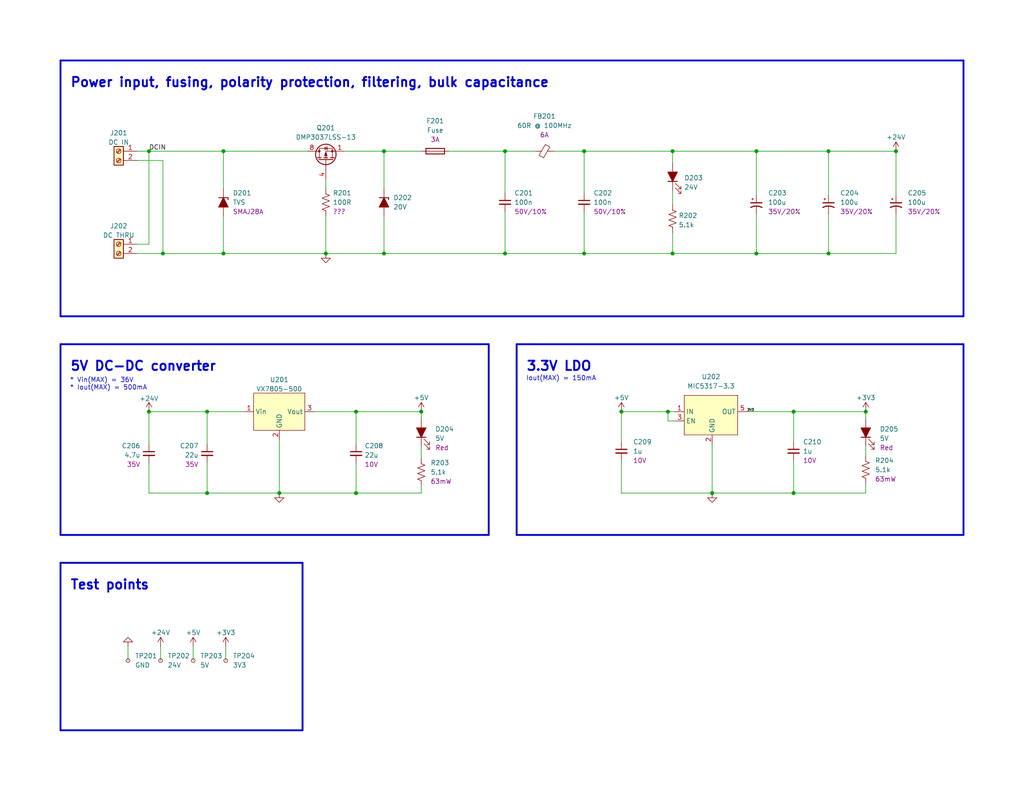
<source format=kicad_sch>
(kicad_sch (version 20211123) (generator eeschema)
  (paper "USLetter")
  (title_block (title "Starfish") (date "2022-09-10") (rev "v0") (company "Winterbloom") (comment 1 "Alethea Flowers") (comment 2 "CERN-OHL-P V2") (comment 3 "jellyfish.wntr.dev"))
  (lib_symbols
    (symbol "Connector:Screw_Terminal_01x02" (pin_names (offset 1.016) hide)
      (property "Reference" "J" (at 0 2.54 0))
      (property "Value" "Screw_Terminal_01x02" (at 0 -5.08 0))
      (symbol "Screw_Terminal_01x02_1_1"
        (rectangle (start -1.27 1.27) (end 1.27 -3.81) (stroke (width 0.254)) (fill (type background)))
        (circle (center 0 -2.54) (radius 0.635) (stroke (width 0.1524)))
        (polyline (pts (xy -0.5334 -2.2098) (xy 0.3302 -3.048)) (stroke (width 0.1524)))
        (polyline (pts (xy -0.5334 0.3302) (xy 0.3302 -0.508)) (stroke (width 0.1524)))
        (polyline (pts (xy -0.3556 -2.032) (xy 0.508 -2.8702)) (stroke (width 0.1524)))
        (polyline (pts (xy -0.3556 0.508) (xy 0.508 -0.3302)) (stroke (width 0.1524)))
        (circle (center 0 0) (radius 0.635) (stroke (width 0.1524)))
        (pin passive line (at -5.08 0 0) (length 3.81) (name "Pin_1") (number "1"))
        (pin passive line (at -5.08 -2.54 0) (length 3.81) (name "Pin_2") (number "2"))
      )
    )
    (symbol "Connector:TestPoint_Small" (pin_numbers hide) (pin_names (offset 0.762) hide)
      (property "Reference" "TP" (at 0 3.81 0))
      (property "Value" "TestPoint_Small" (at 0 2.032 0))
      (symbol "TestPoint_Small_0_1"
        (circle (center 0 0) (radius 0.508))
      )
      (symbol "TestPoint_Small_1_1"
        (pin passive line (at 0 0 90) (length 0) (name "1") (number "1"))
      )
    )
    (symbol "Device:C_Polarized_Small_US" (pin_numbers hide) (pin_names (offset 0.254) hide)
      (property "Reference" "C" (at 0.254 1.778 0))
      (property "Value" "C_Polarized_Small_US" (at 0.254 -2.032 0))
      (symbol "C_Polarized_Small_US_0_1"
        (polyline (pts (xy -1.524 0.508) (xy 1.524 0.508)) (stroke (width 0.3048)))
        (polyline (pts (xy -1.27 1.524) (xy -0.762 1.524)))
        (polyline (pts (xy -1.016 1.27) (xy -1.016 1.778)))
        (arc (start 1.524 -0.762) (mid 0 -0.3734) (end -1.524 -0.762) (stroke (width 0.3048)))
      )
      (symbol "C_Polarized_Small_US_1_1"
        (pin passive line (at 0 2.54 270) (length 2.032) (name "~") (number "1"))
        (pin passive line (at 0 -2.54 90) (length 2.032) (name "~") (number "2"))
      )
    )
    (symbol "Device:C_Small" (pin_numbers hide) (pin_names (offset 0.254) hide)
      (property "Reference" "C" (at 0.254 1.778 0))
      (property "Value" "C_Small" (at 0.254 -2.032 0))
      (symbol "C_Small_0_1"
        (polyline (pts (xy -1.524 -0.508) (xy 1.524 -0.508)) (stroke (width 0.3302)))
        (polyline (pts (xy -1.524 0.508) (xy 1.524 0.508)) (stroke (width 0.3048)))
      )
      (symbol "C_Small_1_1"
        (pin passive line (at 0 2.54 270) (length 2.032) (name "~") (number "1"))
        (pin passive line (at 0 -2.54 90) (length 2.032) (name "~") (number "2"))
      )
    )
    (symbol "Device:D_Zener_Filled" (pin_numbers hide) (pin_names (offset 1.016) hide)
      (property "Reference" "D" (at 0 2.54 0))
      (property "Value" "D_Zener_Filled" (at 0 -2.54 0))
      (symbol "D_Zener_Filled_0_1"
        (polyline (pts (xy 1.27 0) (xy -1.27 0)))
        (polyline (pts (xy -1.27 -1.27) (xy -1.27 1.27) (xy -0.762 1.27)) (stroke (width 0.254)))
        (polyline (pts (xy 1.27 -1.27) (xy 1.27 1.27) (xy -1.27 0) (xy 1.27 -1.27)) (stroke (width 0.254)) (fill (type outline)))
      )
      (symbol "D_Zener_Filled_1_1"
        (pin passive line (at -3.81 0 0) (length 2.54) (name "K") (number "1"))
        (pin passive line (at 3.81 0 180) (length 2.54) (name "A") (number "2"))
      )
    )
    (symbol "Device:FerriteBead_Small" (pin_numbers hide) (pin_names (offset 0))
      (property "Reference" "FB" (at 1.905 1.27 0))
      (property "Value" "FerriteBead_Small" (at 1.905 -1.27 0))
      (symbol "FerriteBead_Small_0_1"
        (polyline (pts (xy 0 -1.27) (xy 0 -0.7874)))
        (polyline (pts (xy 0 0.889) (xy 0 1.2954)))
        (polyline (pts (xy -1.8288 0.2794) (xy -1.1176 1.4986) (xy 1.8288 -0.2032) (xy 1.1176 -1.4224) (xy -1.8288 0.2794)))
      )
      (symbol "FerriteBead_Small_1_1"
        (pin passive line (at 0 2.54 270) (length 1.27) (name "~") (number "1"))
        (pin passive line (at 0 -2.54 90) (length 1.27) (name "~") (number "2"))
      )
    )
    (symbol "Device:Fuse" (pin_numbers hide) (pin_names (offset 0))
      (property "Reference" "F" (at 2.032 0 90))
      (property "Value" "Fuse" (at -1.905 0 90))
      (symbol "Fuse_0_1"
        (rectangle (start -0.762 -2.54) (end 0.762 2.54) (stroke (width 0.254)))
        (polyline (pts (xy 0 2.54) (xy 0 -2.54)))
      )
      (symbol "Fuse_1_1"
        (pin passive line (at 0 3.81 270) (length 1.27) (name "~") (number "1"))
        (pin passive line (at 0 -3.81 90) (length 1.27) (name "~") (number "2"))
      )
    )
    (symbol "Device:LED_Filled" (pin_numbers hide) (pin_names (offset 1.016) hide)
      (property "Reference" "D" (at 0 2.54 0))
      (property "Value" "LED_Filled" (at 0 -2.54 0))
      (symbol "LED_Filled_0_1"
        (polyline (pts (xy -1.27 -1.27) (xy -1.27 1.27)) (stroke (width 0.254)))
        (polyline (pts (xy -1.27 0) (xy 1.27 0)))
        (polyline (pts (xy 1.27 -1.27) (xy 1.27 1.27) (xy -1.27 0) (xy 1.27 -1.27)) (stroke (width 0.254)) (fill (type outline)))
        (polyline (pts (xy -3.048 -0.762) (xy -4.572 -2.286) (xy -3.81 -2.286) (xy -4.572 -2.286) (xy -4.572 -1.524)))
        (polyline (pts (xy -1.778 -0.762) (xy -3.302 -2.286) (xy -2.54 -2.286) (xy -3.302 -2.286) (xy -3.302 -1.524)))
      )
      (symbol "LED_Filled_1_1"
        (pin passive line (at -3.81 0 0) (length 2.54) (name "K") (number "1"))
        (pin passive line (at 3.81 0 180) (length 2.54) (name "A") (number "2"))
      )
    )
    (symbol "Device:R_US" (pin_numbers hide) (pin_names (offset 0))
      (property "Reference" "R" (at 2.54 0 90))
      (property "Value" "R_US" (at -2.54 0 90))
      (symbol "R_US_0_1"
        (polyline (pts (xy 0 -2.286) (xy 0 -2.54)))
        (polyline (pts (xy 0 2.286) (xy 0 2.54)))
        (polyline (pts (xy 0 -0.762) (xy 1.016 -1.143) (xy 0 -1.524) (xy -1.016 -1.905) (xy 0 -2.286)))
        (polyline (pts (xy 0 0.762) (xy 1.016 0.381) (xy 0 0) (xy -1.016 -0.381) (xy 0 -0.762)))
        (polyline (pts (xy 0 2.286) (xy 1.016 1.905) (xy 0 1.524) (xy -1.016 1.143) (xy 0 0.762)))
      )
      (symbol "R_US_1_1"
        (pin passive line (at 0 3.81 270) (length 1.27) (name "~") (number "1"))
        (pin passive line (at 0 -3.81 90) (length 1.27) (name "~") (number "2"))
      )
    )
    (symbol "Transistor_FET:IRF7404" (pin_names hide)
      (property "Reference" "Q" (at 5.08 1.905 0))
      (property "Value" "IRF7404" (at 5.08 0 0))
      (symbol "IRF7404_0_1"
        (polyline (pts (xy 0.254 0) (xy -2.54 0)))
        (polyline (pts (xy 0.254 1.905) (xy 0.254 -1.905)) (stroke (width 0.254)))
        (polyline (pts (xy 0.762 -1.27) (xy 0.762 -2.286)) (stroke (width 0.254)))
        (polyline (pts (xy 0.762 0.508) (xy 0.762 -0.508)) (stroke (width 0.254)))
        (polyline (pts (xy 0.762 2.286) (xy 0.762 1.27)) (stroke (width 0.254)))
        (polyline (pts (xy 2.54 2.54) (xy 2.54 1.778)))
        (polyline (pts (xy 2.54 -2.54) (xy 2.54 0) (xy 0.762 0)))
        (polyline (pts (xy 0.762 1.778) (xy 3.302 1.778) (xy 3.302 -1.778) (xy 0.762 -1.778)))
        (polyline (pts (xy 2.286 0) (xy 1.27 0.381) (xy 1.27 -0.381) (xy 2.286 0)) (fill (type outline)))
        (polyline (pts (xy 2.794 -0.508) (xy 2.921 -0.381) (xy 3.683 -0.381) (xy 3.81 -0.254)))
        (polyline (pts (xy 3.302 -0.381) (xy 2.921 0.254) (xy 3.683 0.254) (xy 3.302 -0.381)))
        (circle (center 1.651 0) (radius 2.794) (stroke (width 0.254)))
        (circle (center 2.54 -1.778) (radius 0.254) (fill (type outline)))
        (circle (center 2.54 1.778) (radius 0.254) (fill (type outline)))
      )
      (symbol "IRF7404_1_1"
        (pin passive line (at 2.54 -5.08 90) (length 2.54) (name "S") (number "1"))
        (pin passive line (at 2.54 -5.08 90) (length 2.54) hide (name "S") (number "2"))
        (pin passive line (at 2.54 -5.08 90) (length 2.54) hide (name "S") (number "3"))
        (pin passive line (at -5.08 0 0) (length 2.54) (name "G") (number "4"))
        (pin passive line (at 2.54 5.08 270) (length 2.54) hide (name "D") (number "5"))
        (pin passive line (at 2.54 5.08 270) (length 2.54) hide (name "D") (number "6"))
        (pin passive line (at 2.54 5.08 270) (length 2.54) hide (name "D") (number "7"))
        (pin passive line (at 2.54 5.08 270) (length 2.54) (name "D") (number "8"))
      )
    )
    (symbol "power:+24V" (power) (pin_names (offset 0))
      (property "Value" "+24V" (at 0 3.556 0))
      (symbol "+24V_0_1"
        (polyline (pts (xy -0.762 1.27) (xy 0 2.54)))
        (polyline (pts (xy 0 0) (xy 0 2.54)))
        (polyline (pts (xy 0 2.54) (xy 0.762 1.27)))
      )
      (symbol "+24V_1_1"
        (pin power_in line (at 0 0 90) (length 0) hide (name "+24V") (number "1"))
      )
    )
    (symbol "power:+3V3" (power) (pin_names (offset 0))
      (property "Value" "+3V3" (at 0 3.556 0))
      (symbol "+3V3_0_1"
        (polyline (pts (xy -0.762 1.27) (xy 0 2.54)))
        (polyline (pts (xy 0 0) (xy 0 2.54)))
        (polyline (pts (xy 0 2.54) (xy 0.762 1.27)))
      )
      (symbol "+3V3_1_1"
        (pin power_in line (at 0 0 90) (length 0) hide (name "+3V3") (number "1"))
      )
    )
    (symbol "power:+5V" (power) (pin_names (offset 0))
      (property "Value" "+5V" (at 0 3.556 0))
      (symbol "+5V_0_1"
        (polyline (pts (xy -0.762 1.27) (xy 0 2.54)))
        (polyline (pts (xy 0 0) (xy 0 2.54)))
        (polyline (pts (xy 0 2.54) (xy 0.762 1.27)))
      )
      (symbol "+5V_1_1"
        (pin power_in line (at 0 0 90) (length 0) hide (name "+5V") (number "1"))
      )
    )
    (symbol "power:GND" (power) (pin_names (offset 0))
      (property "Value" "GND" (at 0 -3.81 0))
      (symbol "GND_0_1"
        (polyline (pts (xy 0 0) (xy 0 -1.27) (xy 1.27 -1.27) (xy 0 -2.54) (xy -1.27 -1.27) (xy 0 -1.27)))
      )
      (symbol "GND_1_1"
        (pin power_in line (at 0 0 270) (length 0) hide (name "GND") (number "1"))
      )
    )
    (symbol "winterbloom:MIC5317"
      (property "Reference" "U" (at 0 7.62 0))
      (property "Value" "MIC5317" (at 0 5.715 0))
      (symbol "MIC5317_0_0"
        (pin power_in line (at -10.16 0 0) (length 2.54) (name "IN") (number "1"))
        (pin power_in line (at 0 -8.89 90) (length 2.54) (name "GND") (number "2"))
        (pin input line (at -10.16 -2.54 0) (length 2.54) (name "EN") (number "3"))
        (pin no_connect line (at 0 0 0) (length 2.54) hide (name "NC") (number "4"))
        (pin power_out line (at 9.525 0 180) (length 2.54) (name "OUT") (number "5"))
      )
      (symbol "MIC5317_0_1"
        (rectangle (start -7.62 4.445) (end 6.985 -6.35) (stroke (width 0.1524)) (fill (type background)))
      )
    )
    (symbol "winterbloom:VX7805-500"
      (property "Reference" "U" (at 6.985 -6.35 0))
      (property "Value" "VX7805-500" (at 0 6.35 0))
      (symbol "VX7805-500_0_0"
        (pin power_in line (at -9.525 0 0) (length 2.54) (name "Vin") (number "1"))
        (pin power_in line (at 0 -7.62 90) (length 2.54) (name "GND") (number "2"))
        (pin power_out line (at 9.525 0 180) (length 2.54) (name "Vout") (number "3"))
      )
      (symbol "VX7805-500_0_1"
        (rectangle (start 6.985 -5.08) (end -6.985 5.08) (stroke (width 0.1524)) (fill (type background)))
      )
    )
  )
  (junction (at 159.385 69.215))
  (junction (at 44.45 69.215))
  (junction (at 97.155 112.395))
  (junction (at 244.475 41.275))
  (junction (at 236.22 112.395))
  (junction (at 60.96 41.275))
  (junction (at 226.06 41.275))
  (junction (at 206.375 69.215))
  (junction (at 104.775 69.215))
  (junction (at 137.795 69.215))
  (junction (at 40.64 41.275))
  (junction (at 56.515 134.62))
  (junction (at 114.935 112.395))
  (junction (at 216.535 134.62))
  (junction (at 226.06 69.215))
  (junction (at 159.385 41.275))
  (junction (at 60.96 69.215))
  (junction (at 104.775 41.275))
  (junction (at 182.245 112.395))
  (junction (at 216.535 112.395))
  (junction (at 169.545 112.395))
  (junction (at 183.515 41.275))
  (junction (at 194.31 134.62))
  (junction (at 40.64 112.395))
  (junction (at 76.2 134.62))
  (junction (at 183.515 69.215))
  (junction (at 88.9 69.215))
  (junction (at 137.795 41.275))
  (junction (at 206.375 41.275))
  (junction (at 97.155 134.62))
  (junction (at 56.515 112.395))
  (wire (pts (xy 169.545 112.395) (xy 182.245 112.395)))
  (wire (pts (xy 216.535 112.395) (xy 216.535 120.65)))
  (polyline (pts (xy 133.35 93.98) (xy 133.35 146.05)) (stroke (width 0.5) (type solid)))
  (polyline (pts (xy 140.97 93.98) (xy 262.89 93.98)) (stroke (width 0.5) (type solid)))
  (wire (pts (xy 114.935 132.715) (xy 114.935 134.62)))
  (wire (pts (xy 137.795 41.275) (xy 137.795 52.705)))
  (wire (pts (xy 88.9 59.055) (xy 88.9 69.215)))
  (wire (pts (xy 40.64 41.275) (xy 60.96 41.275)))
  (polyline (pts (xy 16.51 93.98) (xy 133.35 93.98)) (stroke (width 0.5) (type solid)))
  (wire (pts (xy 226.06 69.215) (xy 244.475 69.215)))
  (wire (pts (xy 183.515 55.88) (xy 183.515 52.07)))
  (polyline (pts (xy 140.97 93.98) (xy 140.97 146.05)) (stroke (width 0.5) (type solid)))
  (wire (pts (xy 76.2 120.015) (xy 76.2 134.62)))
  (wire (pts (xy 236.22 112.395) (xy 236.22 114.3)))
  (wire (pts (xy 194.31 121.285) (xy 194.31 134.62)))
  (wire (pts (xy 169.545 134.62) (xy 194.31 134.62)))
  (wire (pts (xy 37.465 43.815) (xy 44.45 43.815)))
  (wire (pts (xy 159.385 69.215) (xy 183.515 69.215)))
  (wire (pts (xy 182.245 112.395) (xy 184.15 112.395)))
  (wire (pts (xy 60.96 69.215) (xy 88.9 69.215)))
  (wire (pts (xy 244.475 41.275) (xy 244.475 53.34)))
  (wire (pts (xy 61.595 176.53) (xy 61.595 180.34)))
  (wire (pts (xy 137.795 41.275) (xy 146.05 41.275)))
  (wire (pts (xy 88.9 69.215) (xy 104.775 69.215)))
  (wire (pts (xy 122.555 41.275) (xy 137.795 41.275)))
  (wire (pts (xy 104.775 41.275) (xy 114.935 41.275)))
  (wire (pts (xy 184.15 114.935) (xy 182.245 114.935)))
  (wire (pts (xy 169.545 134.62) (xy 169.545 125.73)))
  (wire (pts (xy 244.475 58.42) (xy 244.475 69.215)))
  (wire (pts (xy 34.925 176.53) (xy 34.925 180.34)))
  (wire (pts (xy 159.385 69.215) (xy 137.795 69.215)))
  (wire (pts (xy 66.675 112.395) (xy 56.515 112.395)))
  (wire (pts (xy 183.515 44.45) (xy 183.515 41.275)))
  (wire (pts (xy 40.64 126.365) (xy 40.64 134.62)))
  (wire (pts (xy 76.2 134.62) (xy 97.155 134.62)))
  (wire (pts (xy 60.96 59.055) (xy 60.96 69.215)))
  (wire (pts (xy 194.31 134.62) (xy 216.535 134.62)))
  (wire (pts (xy 159.385 57.785) (xy 159.385 69.215)))
  (wire (pts (xy 183.515 69.215) (xy 206.375 69.215)))
  (wire (pts (xy 52.705 176.53) (xy 52.705 180.34)))
  (polyline (pts (xy 16.51 153.67) (xy 82.55 153.67)) (stroke (width 0.5) (type solid)))
  (wire (pts (xy 206.375 41.275) (xy 226.06 41.275)))
  (wire (pts (xy 183.515 63.5) (xy 183.515 69.215)))
  (polyline (pts (xy 16.51 16.51) (xy 16.51 86.36)) (stroke (width 0.5) (type solid)))
  (polyline (pts (xy 262.89 16.51) (xy 262.89 86.36)) (stroke (width 0.5) (type solid)))
  (wire (pts (xy 40.64 112.395) (xy 56.515 112.395)))
  (wire (pts (xy 97.155 134.62) (xy 97.155 126.365)))
  (wire (pts (xy 37.465 41.275) (xy 40.64 41.275)))
  (wire (pts (xy 206.375 69.215) (xy 226.06 69.215)))
  (wire (pts (xy 97.155 112.395) (xy 114.935 112.395)))
  (wire (pts (xy 104.775 69.215) (xy 137.795 69.215)))
  (wire (pts (xy 206.375 41.275) (xy 206.375 53.34)))
  (wire (pts (xy 137.795 69.215) (xy 137.795 57.785)))
  (polyline (pts (xy 262.89 146.05) (xy 140.97 146.05)) (stroke (width 0.5) (type solid)))
  (wire (pts (xy 169.545 120.65) (xy 169.545 112.395)))
  (wire (pts (xy 216.535 112.395) (xy 236.22 112.395)))
  (wire (pts (xy 44.45 69.215) (xy 60.96 69.215)))
  (wire (pts (xy 236.22 124.46) (xy 236.22 121.92)))
  (wire (pts (xy 93.98 41.275) (xy 104.775 41.275)))
  (polyline (pts (xy 262.89 86.36) (xy 16.51 86.36)) (stroke (width 0.5) (type solid)))
  (wire (pts (xy 85.725 112.395) (xy 97.155 112.395)))
  (polyline (pts (xy 16.51 153.67) (xy 16.51 199.39)) (stroke (width 0.5) (type solid)))
  (wire (pts (xy 37.465 66.675) (xy 40.64 66.675)))
  (wire (pts (xy 182.245 114.935) (xy 182.245 112.395)))
  (wire (pts (xy 159.385 41.275) (xy 159.385 52.705)))
  (wire (pts (xy 60.96 41.275) (xy 83.82 41.275)))
  (wire (pts (xy 226.06 58.42) (xy 226.06 69.215)))
  (wire (pts (xy 40.64 134.62) (xy 56.515 134.62)))
  (wire (pts (xy 216.535 134.62) (xy 236.22 134.62)))
  (wire (pts (xy 183.515 41.275) (xy 206.375 41.275)))
  (wire (pts (xy 88.9 48.895) (xy 88.9 51.435)))
  (wire (pts (xy 159.385 41.275) (xy 183.515 41.275)))
  (polyline (pts (xy 133.35 146.05) (xy 16.51 146.05)) (stroke (width 0.5) (type solid)))
  (polyline (pts (xy 16.51 16.51) (xy 262.89 16.51)) (stroke (width 0.5) (type solid)))
  (wire (pts (xy 56.515 134.62) (xy 76.2 134.62)))
  (wire (pts (xy 114.935 114.3) (xy 114.935 112.395)))
  (wire (pts (xy 151.13 41.275) (xy 159.385 41.275)))
  (wire (pts (xy 226.06 41.275) (xy 244.475 41.275)))
  (wire (pts (xy 56.515 126.365) (xy 56.515 134.62)))
  (wire (pts (xy 216.535 125.73) (xy 216.535 134.62)))
  (wire (pts (xy 206.375 58.42) (xy 206.375 69.215)))
  (wire (pts (xy 104.775 41.275) (xy 104.775 51.435)))
  (wire (pts (xy 60.96 41.275) (xy 60.96 51.435)))
  (wire (pts (xy 104.775 59.055) (xy 104.775 69.215)))
  (wire (pts (xy 114.935 134.62) (xy 97.155 134.62)))
  (wire (pts (xy 56.515 112.395) (xy 56.515 121.285)))
  (polyline (pts (xy 262.89 93.98) (xy 262.89 146.05)) (stroke (width 0.5) (type solid)))
  (wire (pts (xy 44.45 43.815) (xy 44.45 69.215)))
  (wire (pts (xy 43.815 176.53) (xy 43.815 180.34)))
  (wire (pts (xy 114.935 125.095) (xy 114.935 121.92)))
  (wire (pts (xy 97.155 112.395) (xy 97.155 121.285)))
  (wire (pts (xy 203.835 112.395) (xy 216.535 112.395)))
  (polyline (pts (xy 16.51 93.98) (xy 16.51 146.05)) (stroke (width 0.5) (type solid)))
  (polyline (pts (xy 82.55 153.67) (xy 82.55 199.39)) (stroke (width 0.5) (type solid)))
  (wire (pts (xy 236.22 134.62) (xy 236.22 132.08)))
  (wire (pts (xy 226.06 41.275) (xy 226.06 53.34)))
  (wire (pts (xy 40.64 112.395) (xy 40.64 121.285)))
  (wire (pts (xy 40.64 41.275) (xy 40.64 66.675)))
  (wire (pts (xy 37.465 69.215) (xy 44.45 69.215)))
  (polyline (pts (xy 82.55 199.39) (xy 16.51 199.39)) (stroke (width 0.5) (type solid)))
  (text "Test points" (at 19.05 161.29 0) (effects (font (size 2.54 2.54) (thickness 0.508) bold) (justify left bottom)))
  (text "3.3V LDO" (at 143.51 101.6 0) (effects (font (size 2.54 2.54) (thickness 0.508) bold) (justify left bottom)))
  (text "Iout(MAX) = 150mA" (at 143.51 104.14 0) (effects (font (size 1.27 1.27)) (justify left bottom)))
  (text "* Vin(MAX) = 36V\n* Iout(MAX) = 500mA" (at 19.05 106.68 0) (effects (font (size 1.27 1.27)) (justify left bottom)))
  (text "5V DC-DC converter" (at 19.05 101.6 0) (effects (font (size 2.54 2.54) (thickness 0.508) bold) (justify left bottom)))
  (text "Power input, fusing, polarity protection, filtering, bulk capacitance" (at 19.05 24.13 0) (effects (font (size 2.54 2.54) (thickness 0.508) bold) (justify left bottom)))
  (label "3V3" (at 203.835 112.395 0) (effects (font (size 0.64 0.64))))
  (label "DCIN" (at 40.64 41.275 0))
  (symbol (lib_id "Connector:Screw_Terminal_01x02") (at 32.385 66.675 0) (mirror y) (unit 1)
    (property "Reference" "J202" (at 32.385 61.7052 0))
    (property "Value" "DC THRU" (at 32.385 64.2421 0))
    (property "Footprint" "winterbloom:TerminalBlock_CUI_TB002-500_1x02_P5.00mm_Vertical" (effects hide))
    (property "Datasheet" "https://www.cuidevices.com/product/resource/tb002-500.pdf" (effects hide))
    (property "mpn" "TB002-500-02BE" (effects hide))
  )
  (symbol (lib_id "power:+5V") (at 52.705 176.53 0) (unit 1)
    (property "Reference" "#PWR0211" (effects hide))
    (property "Value" "+5V" (at 52.705 172.72 0))
  )
  (symbol (lib_id "Device:C_Polarized_Small_US") (at 244.475 55.88 0) (unit 1)
    (property "Reference" "C205" (at 247.65 52.7049 0) (effects (justify left)))
    (property "Value" "100u" (at 247.65 55.2449 0) (effects (justify left)))
    (property "Footprint" "Capacitor_SMD:CP_Elec_6.3x9.9" (effects hide))
    (property "Rating" "35V/20%" (at 247.65 57.7849 0) (effects (justify left)))
  )
  (symbol (lib_id "power:GND") (at 194.31 134.62 0) (unit 1)
    (property "Reference" "#PWR0207" (effects hide))
    (property "Value" "GND" (effects hide))
  )
  (symbol (lib_id "Connector:TestPoint_Small") (at 43.815 180.34 180) (unit 1)
    (property "Reference" "TP202" (at 45.72 179.0699 0) (effects (justify right)))
    (property "Value" "24V" (at 45.72 181.6099 0) (effects (justify right)))
    (property "Footprint" "TestPoint:TestPoint_Pad_1.0x1.0mm" (effects hide))
    (property "mpn" "n/a" (effects hide))
  )
  (symbol (lib_id "Device:C_Small") (at 137.795 55.245 0) (unit 1)
    (property "Reference" "C201" (at 140.335 52.7112 0) (effects (justify left)))
    (property "Value" "100n" (at 140.335 55.2512 0) (effects (justify left)))
    (property "Rating" "50V/10%" (at 140.335 57.7912 0) (effects (justify left)))
  )
  (symbol (lib_id "Device:R_US") (at 183.515 59.69 0) (unit 1)
    (property "Reference" "R202" (at 185.166 58.8553 0) (effects (justify left)))
    (property "Value" "5.1k" (at 185.166 61.3922 0) (effects (justify left)))
    (property "Footprint" "winterbloom:R_0402_HandSolder" (effects hide))
    (property "mpn" "AC0603FR-075K1L" (effects hide))
  )
  (symbol (lib_id "power:+5V") (at 169.545 112.395 0) (unit 1)
    (property "Reference" "#PWR0206" (effects hide))
    (property "Value" "+5V" (at 169.545 108.585 0))
  )
  (symbol (lib_id "Device:D_Zener_Filled") (at 60.96 55.245 270) (unit 1)
    (property "Reference" "D201" (at 63.5 52.7049 90) (effects (justify left)))
    (property "Value" "TVS" (at 63.5 55.2449 90) (effects (justify left)))
    (property "Rating" "30V+" (effects hide))
    (property "mpn" "SMAJ28A" (at 63.5 57.7849 90) (effects (justify left)))
  )
  (symbol (lib_id "Device:C_Small") (at 159.385 55.245 0) (unit 1)
    (property "Reference" "C202" (at 161.925 52.7112 0) (effects (justify left)))
    (property "Value" "100n" (at 161.925 55.2512 0) (effects (justify left)))
    (property "Rating" "50V/10%" (at 161.925 57.7912 0) (effects (justify left)))
  )
  (symbol (lib_id "Device:C_Polarized_Small_US") (at 226.06 55.88 0) (unit 1)
    (property "Reference" "C204" (at 229.235 52.7049 0) (effects (justify left)))
    (property "Value" "100u" (at 229.235 55.2449 0) (effects (justify left)))
    (property "Footprint" "Capacitor_SMD:CP_Elec_6.3x9.9" (effects hide))
    (property "Rating" "35V/20%" (at 229.235 57.7849 0) (effects (justify left)))
  )
  (symbol (lib_id "winterbloom:VX7805-500") (at 76.2 112.395 0) (unit 1)
    (property "Reference" "U201" (at 76.2 103.666 0))
    (property "Value" "VX7805-500" (at 76.2 106.2029 0))
    (property "Footprint" "winterbloom:Converter_DCDC_CUI_VX78-500_THT" (effects hide))
    (property "Datasheet" "https://www.mouser.com/datasheet/2/670/vx78_500-1774570.pdf" (effects hide))
  )
  (symbol (lib_id "Transistor_FET:IRF7404") (at 88.9 43.815 90) (unit 1)
    (property "Reference" "Q201" (at 88.9 34.925 90))
    (property "Value" "DMP3037LSS-13" (at 88.9 37.465 90))
    (property "Footprint" "Package_SO:SOIC-8_3.9x4.9mm_P1.27mm" (effects hide))
    (property "Datasheet" "https://www.diodes.com/assets/Datasheets/DMP3037LSS.pdf" (effects hide))
  )
  (symbol (lib_id "Device:FerriteBead_Small") (at 148.59 41.275 90) (unit 1)
    (property "Reference" "FB201" (at 148.5519 31.75 90))
    (property "Value" "60R @ 100MHz" (at 148.5519 34.29 90))
    (property "Rating" "6A" (at 148.5519 36.83 90))
    (property "mpn" "BLM41PG600SN1L" (effects hide))
  )
  (symbol (lib_id "power:+24V") (at 40.64 112.395 0) (unit 1)
    (property "Reference" "#PWR0203" (effects hide))
    (property "Value" "+24V" (at 40.64 108.8192 0))
  )
  (symbol (lib_id "power:+24V") (at 43.815 176.53 0) (unit 1)
    (property "Reference" "#PWR0210" (effects hide))
    (property "Value" "+24V" (at 43.815 172.72 0))
  )
  (symbol (lib_id "Device:LED_Filled") (at 114.935 118.11 90) (unit 1)
    (property "Reference" "D204" (at 118.745 117.1574 90) (effects (justify right)))
    (property "Value" "5V" (at 118.745 119.6974 90) (effects (justify right)))
    (property "Footprint" "winterbloom:LED_0805_Kingbright_APT2012" (effects hide))
    (property "mpn" "APT2012EC" (effects hide))
    (property "Rating" "Red" (at 118.745 122.2374 90) (effects (justify right)))
  )
  (symbol (lib_id "Device:LED_Filled") (at 183.515 48.26 90) (unit 1)
    (property "Reference" "D203" (at 186.69 48.5774 90) (effects (justify right)))
    (property "Value" "24V" (at 186.69 51.1174 90) (effects (justify right)))
    (property "Footprint" "winterbloom:LED_0805_Kingbright_APT2012" (effects hide))
    (property "mpn" "APT2012EC" (effects hide))
  )
  (symbol (lib_id "Device:C_Polarized_Small_US") (at 206.375 55.88 0) (unit 1)
    (property "Reference" "C203" (at 209.55 52.7049 0) (effects (justify left)))
    (property "Value" "100u" (at 209.55 55.2449 0) (effects (justify left)))
    (property "Footprint" "Capacitor_SMD:CP_Elec_6.3x9.9" (effects hide))
    (property "Rating" "35V/20%" (at 209.55 57.7849 0) (effects (justify left)))
  )
  (symbol (lib_id "Device:C_Small") (at 169.545 123.19 0) (unit 1)
    (property "Reference" "C209" (at 172.72 120.6562 0) (effects (justify left)))
    (property "Value" "1u" (at 172.72 123.1962 0) (effects (justify left)))
    (property "Footprint" "Capacitor_SMD:C_0402_1005Metric_Pad0.74x0.62mm_HandSolder" (effects hide))
    (property "mpn" "CL05A105KO5NNNC" (effects hide))
    (property "Rating" "10V" (at 172.72 125.7362 0) (effects (justify left)))
  )
  (symbol (lib_id "Device:LED_Filled") (at 236.22 118.11 90) (unit 1)
    (property "Reference" "D205" (at 240.03 117.1574 90) (effects (justify right)))
    (property "Value" "5V" (at 240.03 119.6974 90) (effects (justify right)))
    (property "Footprint" "winterbloom:LED_0805_Kingbright_APT2012" (effects hide))
    (property "mpn" "APT2012EC" (effects hide))
    (property "Rating" "Red" (at 240.03 122.2374 90) (effects (justify right)))
  )
  (symbol (lib_id "power:+3V3") (at 61.595 176.53 0) (unit 1)
    (property "Reference" "#PWR0212" (effects hide))
    (property "Value" "+3V3" (at 61.595 172.72 0))
  )
  (symbol (lib_id "Connector:Screw_Terminal_01x02") (at 32.385 41.275 0) (mirror y) (unit 1)
    (property "Reference" "J201" (at 32.385 36.3052 0))
    (property "Value" "DC IN" (at 32.385 38.8421 0))
    (property "Footprint" "winterbloom:TerminalBlock_CUI_TB002-500_1x02_P5.00mm_Vertical" (effects hide))
    (property "Datasheet" "https://www.cuidevices.com/product/resource/tb002-500.pdf" (effects hide))
    (property "mpn" "TB002-500-02BE" (effects hide))
  )
  (symbol (lib_id "Device:C_Small") (at 97.155 123.825 0) (unit 1)
    (property "Reference" "C208" (at 99.4791 121.7282 0) (effects (justify left)))
    (property "Value" "22u" (at 99.4791 124.2651 0) (effects (justify left)))
    (property "Footprint" "Capacitor_SMD:C_0805_2012Metric_Pad1.18x1.45mm_HandSolder" (effects hide))
    (property "mpn" "C2012X5R1V226M125AC" (effects hide))
    (property "Rating" "10V" (at 99.4791 126.802 0) (effects (justify left)))
  )
  (symbol (lib_id "power:GND") (at 76.2 134.62 0) (unit 1)
    (property "Reference" "#PWR0204" (effects hide))
    (property "Value" "GND" (effects hide))
  )
  (symbol (lib_id "Device:C_Small") (at 56.515 123.825 0) (unit 1)
    (property "Reference" "C207" (at 54.191 121.7282 0) (effects (justify right)))
    (property "Value" "22u" (at 54.191 124.2651 0) (effects (justify right)))
    (property "Footprint" "Capacitor_SMD:C_0805_2012Metric_Pad1.18x1.45mm_HandSolder" (effects hide))
    (property "mpn" "C2012X5R1V226M125AC" (effects hide))
    (property "Rating" "35V" (at 54.191 126.802 0) (effects (justify right)))
  )
  (symbol (lib_id "Connector:TestPoint_Small") (at 52.705 180.34 0) (unit 1)
    (property "Reference" "TP203" (at 54.61 179.0699 0) (effects (justify left)))
    (property "Value" "5V" (at 54.61 181.6099 0) (effects (justify left)))
    (property "Footprint" "TestPoint:TestPoint_Pad_D1.0mm" (effects hide))
    (property "mpn" "n/a" (effects hide))
  )
  (symbol (lib_id "Connector:TestPoint_Small") (at 34.925 180.34 180) (unit 1)
    (property "Reference" "TP201" (at 36.83 179.0699 0) (effects (justify right)))
    (property "Value" "GND" (at 36.83 181.6099 0) (effects (justify right)))
    (property "Footprint" "TestPoint:TestPoint_Pad_1.0x1.0mm" (effects hide))
    (property "mpn" "n/a" (effects hide))
  )
  (symbol (lib_id "Device:D_Zener_Filled") (at 104.775 55.245 270) (unit 1)
    (property "Reference" "D202" (at 107.315 53.9749 90) (effects (justify left)))
    (property "Value" "20V" (at 107.315 56.5149 90) (effects (justify left)))
  )
  (symbol (lib_id "Connector:TestPoint_Small") (at 61.595 180.34 180) (unit 1)
    (property "Reference" "TP204" (at 63.5 179.0699 0) (effects (justify right)))
    (property "Value" "3V3" (at 63.5 181.6099 0) (effects (justify right)))
    (property "Footprint" "TestPoint:TestPoint_Pad_D1.0mm" (effects hide))
    (property "mpn" "n/a" (effects hide))
  )
  (symbol (lib_id "Device:C_Small") (at 40.64 123.825 0) (unit 1)
    (property "Reference" "C206" (at 38.316 121.7282 0) (effects (justify right)))
    (property "Value" "4.7u" (at 38.316 124.2651 0) (effects (justify right)))
    (property "Footprint" "Capacitor_SMD:C_0805_2012Metric_Pad1.18x1.45mm_HandSolder" (effects hide))
    (property "mpn" "?" (effects hide))
    (property "Rating" "35V" (at 38.316 126.802 0) (effects (justify right)))
  )
  (symbol (lib_id "Device:R_US") (at 236.22 128.27 0) (unit 1)
    (property "Reference" "R204" (at 238.76 125.7299 0) (effects (justify left)))
    (property "Value" "5.1k" (at 238.76 128.2699 0) (effects (justify left)))
    (property "Footprint" "winterbloom:R_0402_HandSolder" (effects hide))
    (property "mpn" "AC0603FR-075K1L" (effects hide))
    (property "Rating" "63mW" (at 238.76 130.8099 0) (effects (justify left)))
  )
  (symbol (lib_id "Device:Fuse") (at 118.745 41.275 90) (unit 1)
    (property "Reference" "F201" (at 118.745 33.02 90))
    (property "Value" "Fuse" (at 118.745 35.56 90))
    (property "Footprint" "Fuse:Fuseholder_Blade_Mini_Keystone_3568" (effects hide))
    (property "Rating" "3A" (at 118.745 38.1 90))
  )
  (symbol (lib_id "winterbloom:MIC5317") (at 194.31 112.395 0) (unit 1)
    (property "Reference" "U202" (at 193.9925 102.87 0))
    (property "Value" "MIC5317-3.3" (at 193.9925 105.41 0))
    (property "Footprint" "Package_TO_SOT_SMD:SOT-23-5" (effects hide))
    (property "Datasheet" "https://www.mouser.com/datasheet/2/268/MIC5317_High_Performance_Single_150mA_LDO_DS200061-1891237.pdf" (effects hide))
    (property "mpn" "MIC5317-3.3YD5" (effects hide))
  )
  (symbol (lib_id "power:GND") (at 34.925 176.53 180) (unit 1)
    (property "Reference" "#PWR0209" (effects hide))
    (property "Value" "GND" (effects hide))
  )
  (symbol (lib_id "Device:R_US") (at 88.9 55.245 0) (unit 1)
    (property "Reference" "R201" (at 90.805 52.7049 0) (effects (justify left)))
    (property "Value" "100R" (at 90.805 55.2449 0) (effects (justify left)))
    (property "Rating" "???" (at 90.805 57.7849 0) (effects (justify left)))
  )
  (symbol (lib_id "power:+3V3") (at 236.22 112.395 0) (unit 1)
    (property "Reference" "#PWR0208" (effects hide))
    (property "Value" "+3V3" (at 236.22 108.585 0))
  )
  (symbol (lib_id "Device:R_US") (at 114.935 128.905 0) (unit 1)
    (property "Reference" "R203" (at 117.475 126.3649 0) (effects (justify left)))
    (property "Value" "5.1k" (at 117.475 128.9049 0) (effects (justify left)))
    (property "Footprint" "winterbloom:R_0402_HandSolder" (effects hide))
    (property "mpn" "AC0603FR-075K1L" (effects hide))
    (property "Rating" "63mW" (at 117.475 131.4449 0) (effects (justify left)))
  )
  (symbol (lib_id "power:GND") (at 88.9 69.215 0) (unit 1)
    (property "Reference" "#PWR0201" (effects hide))
    (property "Value" "GND" (effects hide))
  )
  (symbol (lib_id "power:+5V") (at 114.935 112.395 0) (unit 1)
    (property "Reference" "#PWR0205" (effects hide))
    (property "Value" "+5V" (at 114.935 108.585 0))
  )
  (symbol (lib_id "Device:C_Small") (at 216.535 123.19 0) (unit 1)
    (property "Reference" "C210" (at 219.075 120.6562 0) (effects (justify left)))
    (property "Value" "1u" (at 219.075 123.1962 0) (effects (justify left)))
    (property "Footprint" "Capacitor_SMD:C_0402_1005Metric_Pad0.74x0.62mm_HandSolder" (effects hide))
    (property "mpn" "CL05A105KO5NNNC" (effects hide))
    (property "Rating" "10V" (at 219.075 125.7362 0) (effects (justify left)))
  )
  (symbol (lib_id "power:+24V") (at 244.475 41.275 0) (unit 1)
    (property "Reference" "#PWR0202" (effects hide))
    (property "Value" "+24V" (at 244.475 37.465 0))
  )
)
</source>
